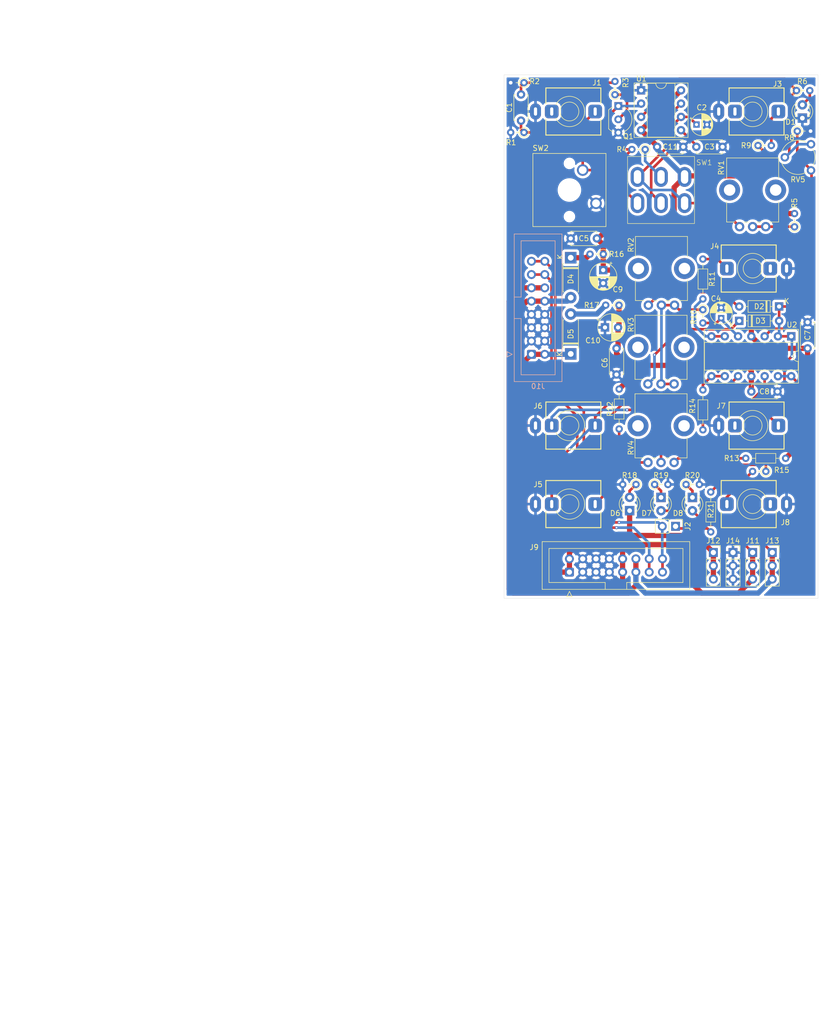
<source format=kicad_pcb>
(kicad_pcb (version 20240108) (generator "pcbnew") (generator_version "8.0")
  (layers (0 "F.Cu" signal) (31 "B.Cu" signal) (34 "B.Paste" user) (35 "F.Paste" user) (36 "B.SilkS" user "B.Silkscreen") (37 "F.SilkS" user "F.Silkscreen") (38 "B.Mask" user) (39 "F.Mask" user) (44 "Edge.Cuts" user))
  (net 0 "")
  (net 1 "Net-(C1-Pad2)")
  (net 2 "Net-(C1-Pad1)")
  (net 3 "Net-(SW1B-B)")
  (net 4 "GND")
  (net 5 "Net-(U2B-+)")
  (net 6 "+12V")
  (net 7 "-12V")
  (net 8 "Net-(D1-A)")
  (net 9 "Net-(D2-A)")
  (net 10 "Net-(D2-K)")
  (net 11 "Net-(D3-K)")
  (net 12 "Net-(D4-K)")
  (net 13 "+12VRAW")
  (net 14 "-12VRAW")
  (net 15 "Net-(D5-A)")
  (net 16 "Net-(D6-A)")
  (net 17 "Net-(D7-K)")
  (net 18 "+5VRAW")
  (net 19 "Net-(D8-K)")
  (net 21 "Net-(J2-Pin_1)")
  (net 22 "/EURO_GATE")
  (net 25 "Net-(J4-PadT)")
  (net 26 "Net-(U2D-+)")
  (net 27 "Net-(U2C-+)")
  (net 29 "Net-(J7-PadT)")
  (net 30 "Net-(J8-PadT)")
  (net 32 "/EURO_CV")
  (net 33 "Net-(Q1-C)")
  (net 34 "Net-(Q1-B)")
  (net 35 "Net-(SW1A-B)")
  (net 36 "Net-(U2A-+)")
  (net 37 "Net-(R10-Pad1)")
  (net 38 "Net-(U2B--)")
  (net 39 "Net-(R12-Pad2)")
  (net 40 "Net-(R13-Pad1)")
  (net 41 "Net-(U2C--)")
  (net 42 "Net-(U2D--)")
  (net 43 "Net-(SW1A-C)")
  (net 44 "Net-(U1-CV)")
  (net 45 "Net-(R5-Pad1)")
  (net 46 "Net-(U1-Q)")
  (net 47 "Net-(J3-PadT)")
  (net 48 "Net-(J6-PadTN)")
  (footprint "Capacitor_THT:C_Disc_D4.7mm_W2.5mm_P5.00mm" (layer "F.Cu") (at 79.25 63.75)
    (property "Reference" "C11")
    (property "Value" "100n")
  )
  (footprint "AudioJacks:Jack_3.5mm_QingPu_WQP-PJ301M-12_Vertical" (layer "F.Cu") (at 62.5 132 -90)
    (property "Reference" "J5")
    (property "Value" "Buffer2 In")
  )
  (footprint "Potentiometer_THT:Potentiometer_Bourns_PTV09A-1_Single_Vertical" (layer "F.Cu") (at 82.5 109.05 90)
    (property "Reference" "RV3")
    (property "Value" "1M")
  )
  (footprint "Resistor_THT:R_Axial_DIN0204_L3.6mm_D1.6mm_P2.54mm_Vertical" (layer "F.Cu") (at 76.97 64.25 180)
    (property "Reference" "R4")
    (property "Value" "22k")
  )
  (footprint "Resistor_THT:R_Axial_DIN0204_L3.6mm_D1.6mm_P7.62mm_Horizontal" (layer "F.Cu") (at 89.5 129.69 -90)
    (property "Reference" "R21")
    (property "Value" "1k")
  )
  (footprint "Resistor_THT:R_Axial_DIN0204_L3.6mm_D1.6mm_P2.54mm_Vertical" (layer "F.Cu") (at 71.2 53.79 90)
    (property "Reference" "R3")
    (property "Value" "10k")
  )
  (footprint "AudioJacks:Jack_3.5mm_QingPu_WQP-PJ301M-12_Vertical" (layer "F.Cu") (at 97.5 117 -90)
    (property "Reference" "J7")
    (property "Value" "AudioJack2_SwitchT")
  )
  (footprint "Resistor_THT:R_Axial_DIN0204_L3.6mm_D1.6mm_P2.54mm_Vertical" (layer "F.Cu") (at 105.5 79.04 90)
    (property "Reference" "R5")
    (property "Value" "1k")
  )
  (footprint "Connector_PinSocket_2.54mm:PinSocket_1x03_P2.54mm_Vertical" (layer "F.Cu") (at 97.5 141.25)
    (property "Reference" "J11")
    (property "Value" "Conn_01x03")
  )
  (footprint "Connector_IDC:IDC-Header_2x08_P2.54mm_Vertical" (layer "F.Cu") (at 62.5 145 90)
    (property "Reference" "J9")
    (property "Value" "Conn_02x08_Odd_Even")
  )
  (footprint "Resistor_THT:R_Axial_DIN0204_L3.6mm_D1.6mm_P2.54mm_Vertical" (layer "F.Cu") (at 53.82 61 180)
    (property "Reference" "R1")
    (property "Value" "100k")
  )
  (footprint "Resistor_THT:R_Axial_DIN0204_L3.6mm_D1.6mm_P2.54mm_Vertical" (layer "F.Cu") (at 105.88 53)
    (property "Reference" "R6")
    (property "Value" "10k")
  )
  (footprint "AudioJacks:Jack_3.5mm_QingPu_WQP-PJ301M-12_Vertical" (layer "F.Cu") (at 97.5 57 -90)
    (property "Reference" "J3")
    (property "Value" "Gate Out")
  )
  (footprint "Resistor_THT:R_Axial_DIN0204_L3.6mm_D1.6mm_P2.54mm_Vertical" (layer "F.Cu") (at 71.97 94 180)
    (property "Reference" "R17")
    (property "Value" "10")
  )
  (footprint "Package_DIP:DIP-14_W7.62mm_Socket" (layer "F.Cu") (at 104.875 99.95 -90)
    (property "Reference" "U2")
    (property "Value" "TL074")
  )
  (footprint "AudioJacks:Jack_3.5mm_QingPu_WQP-PJ301M-12_Vertical" (layer "F.Cu") (at 97.5 87 90)
    (property "Reference" "J4")
    (property "Value" "EG Out")
  )
  (footprint "Resistor_THT:R_Axial_DIN0204_L3.6mm_D1.6mm_P7.62mm_Horizontal" (layer "F.Cu") (at 88 92.81 90)
    (property "Reference" "R11")
    (property "Value" "1k")
  )
  (footprint "LED_THT:LED_D3.0mm" (layer "F.Cu") (at 107 58.27 90)
    (property "Reference" "D1")
    (property "Value" "LED")
  )
  (footprint "Resistor_THT:R_Axial_DIN0204_L3.6mm_D1.6mm_P7.62mm_Horizontal" (layer "F.Cu") (at 72 110.03 -90)
    (property "Reference" "R12")
    (property "Value" "10k")
  )
  (footprint "Capacitor_THT:CP_Radial_D4.0mm_P2.00mm" (layer "F.Cu") (at 86.777401 59.5)
    (property "Reference" "C2")
    (property "Value" "10u")
  )
  (footprint "Connector_PinSocket_2.54mm:PinSocket_1x03_P2.54mm_Vertical" (layer "F.Cu") (at 93.75 141.25)
    (property "Reference" "J14")
    (property "Value" "Conn_01x03")
  )
  (footprint "Switches:SW_DPDT_13mm_x_13mm_P5.00mm" (layer "F.Cu") (at 80 72 -90)
    (property "Reference" "SW1")
    (property "Value" "SW_DPDT_x2")
  )
  (footprint "Resistor_THT:R_Axial_DIN0204_L3.6mm_D1.6mm_P2.54mm_Vertical" (layer "F.Cu") (at 84.78 128.25)
    (property "Reference" "R20")
    (property "Value" "4k7")
  )
  (footprint "LED_THT:LED_D3.0mm" (layer "F.Cu") (at 86 130.73 -90)
    (property "Reference" "D8")
    (property "Value" "LED")
  )
  (footprint "LED_THT:LED_D3.0mm" (layer "F.Cu") (at 80 130.73 -90)
    (property "Reference" "D7")
    (property "Value" "LED")
  )
  (footprint "Resistor_THT:R_Axial_DIN0204_L3.6mm_D1.6mm_P2.54mm_Vertical" (layer "F.Cu") (at 78.78 128.25)
    (property "Reference" "R19")
    (property "Value" "10k")
  )
  (footprint "Resistor_THT:R_Axial_DIN0204_L3.6mm_D1.6mm_P2.54mm_Vertical" (layer "F.Cu") (at 53.82 51.5 180)
    (property "Reference" "R2")
    (property "Value" "100k")
  )
  (footprint "Capacitor_THT:CP_Radial_D5.0mm_P2.50mm" (layer "F.Cu") (at 69.294888 98.25)
    (property "Reference" "C10")
    (property "Value" "22u")
  )
  (footprint "Resistor_THT:R_Axial_DIN0204_L3.6mm_D1.6mm_P7.62mm_Horizontal" (layer "F.Cu") (at 96.19 123.25)
    (property "Reference" "R13")
    (property "Value" "10k")
  )
  (footprint "Resistor_THT:R_Axial_DIN0204_L3.6mm_D1.6mm_P7.62mm_Horizontal" (layer "F.Cu") (at 88 110.19 -90)
    (property "Reference" "R14")
    (property "Value" "1k")
  )
  (footprint "Potentiometer_THT:Potentiometer_Piher_PT-6-V_Vertical" (layer "F.Cu") (at 108.65 63.25 180)
    (property "Reference" "RV5")
    (property "Value" "100k")
  )
  (footprint "AudioJacks:Jack_3.5mm_QingPu_WQP-PJ301M-12_Vertical" (layer "F.Cu") (at 62.5 117 -90)
    (property "Reference" "J6")
    (property "Value" "Buffer1 In")
  )
  (footprint "Package_DIP:DIP-8_W7.62mm_Socket" (layer "F.Cu") (at 76.2 52.95)
    (property "Reference" "U1")
    (property "Value" "TLC555xP")
  )
  (footprint "Capacitor_THT:C_Disc_D4.7mm_W2.5mm_P5.00mm" (layer "F.Cu") (at 67.75 81.25 180)
    (property "Reference" "C5")
    (property "Value" "100n")
  )
  (footprint "Resistor_THT:R_Axial_DIN0204_L3.6mm_D1.6mm_P2.54mm_Vertical" (layer "F.Cu") (at 100.03 125.75 180)
    (property "Reference" "R15")
    (property "Value" "1k")
  )
  (footprint "Diode_THT:D_DO-41_SOD81_P7.62mm_Horizontal" (layer "F.Cu") (at 62.75 84.94 -90)
    (property "Reference" "D4")
    (property "Value" "D_Zener")
  )
  (footprint "Capacitor_THT:C_Disc_D4.7mm_W2.5mm_P5.00mm" (layer "F.Cu") (at 53.25 58.75 90)
    (property "Reference" "C1")
    (property "Value" "47n")
  )
  (footprint "Connector_PinHeader_2.54mm:PinHeader_1x02_P2.54mm_Vertical" (layer "F.Cu") (at 82.775 136.25 -90)
    (property "Reference" "J2")
    (property "Value" "Conn_01x02_Pin")
  )
  (footprint "Resistor_THT:R_Axial_DIN0204_L3.6mm_D1.6mm_P2.54mm_Vertical" (layer "F.Cu") (at 106.03 60.75)
    (property "Reference" "R8")
    (property "Value" "47k")
  )
  (footprint "Connector_PinSocket_2.54mm:PinSocket_1x03_P2.54mm_Vertical" (layer "F.Cu") (at 90 141.25)
    (property "Reference" "J12")
    (property "Value" "Conn_01x03")
  )
  (footprint "Capacitor_THT:C_Disc_D4.7mm_W2.5mm_P5.00mm" (layer "F.Cu") (at 108 102.25 90)
    (property "Reference" "C7")
    (property "Value" "100n")
  )
  (footprint "Capacitor_THT:C_Disc_D4.7mm_W2.5mm_P5.00mm" (layer "F.Cu") (at 102.25 110.5 180)
    (property "Reference" "C8")
    (property "Value" "100n")
  )
  (footprint "Diode_THT:D_DO-35_SOD27_P7.62mm_Horizontal" (layer "F.Cu") (at 94.94 97)
    (property "Reference" "D3")
    (property "Value" "1N4148")
  )
  (footprint "Capacitor_THT:C_Disc_D4.7mm_W2.5mm_P5.00mm" (layer "F.Cu") (at 86.75 63.75)
    (property "Reference" "C3")
    (property "Value" "10n")
  )
  (footprint "Diode_THT:D_DO-35_SOD27_P7.62mm_Horizontal" (layer "F.Cu") (at 102.56 94.25 180)
    (property "Reference" "D2")
    (property "Value" "1N4148")
  )
  (footprint "Diode_THT:D_DO-41_SOD81_P7.62mm_Horizontal" (layer "F.Cu") (at 62.75 103.31 90)
    (property "Reference" "D5")
    (property "Value" "D_Zener")
  )
  (footprint "Connector_PinSocket_2.54mm:PinSocket_1x03_P2.54mm_Vertical" (layer "F.Cu") (at 101.25 141.25)
    (property "Reference" "J13")
    (property "Value" "Conn_01x03")
  )
  (footprint "Package_TO_SOT_THT:TO-92_Inline_Wide" (layer "F.Cu") (at 71.84 55.96 -90)
    (property "Reference" "Q1")
    (property "Value" "BC547")
  )
  (footprint "Capacitor_THT:CP_Radial_D4.0mm_P2.00mm" (layer "F.Cu") (at 91.5 96.4726 90)
    (property "Reference" "C4")
    (property "Value" "4u7")
  )
  (footprint "Resistor_THT:R_Axial_DIN0204_L3.6mm_D1.6mm_P2.54mm_Vertical" (layer "F.Cu") (at 68.97 84.25 180)
    (property "Reference" "R16")
    (property "Value" "10")
  )
  (footprint "Resistor_THT:R_Axial_DIN0204_L3.6mm_D1.6mm_P2.54mm_Vertical" (layer "F.Cu") (at 75.22 128.25 180)
    (property "Reference" "R18")
    (property "Value" "10k")
  )
  (footprint "Potentiometer_THT:Potentiometer_Bourns_PTV09A-1_Single_Vertical" (layer "F.Cu") (at 82.58 94 90)
    (property "Reference" "RV2")
    (property "Value" "1M")
  )
  (footprint "Potentiometer_THT:Potentiometer_Bourns_PTV09A-1_Single_Vertical" (layer "F.Cu") (at 100 79 90)
    (property "Reference" "RV1")
    (property "Value" "100k")
  )
  (footprint "AudioJacks:Jack_3.5mm_QingPu_WQP-PJ301M-12_Vertical" (layer "F.Cu") (at 97.5 132 90)
    (property "Reference" "J8")
    (property "Value" "AudioJack2_SwitchT")
  )
  (footprint "AudioJacks:Jack_3.5mm_QingPu_WQP-PJ301M-12_Vertical" (layer "F.Cu") (at 62.5 57 -90)
    (property "Reference" "J1")
    (property "Value" "Trig")
  )
  (footprint "Capacitor_THT:C_Disc_D4.7mm_W2.5mm_P5.00mm" (layer "F.Cu") (at 71.5 107.25 90)
    (property "Reference" "C6")
    (property "Value" "100n")
  )
  (footprint "LED_THT:LED_D3.0mm" (layer "F.Cu") (at 74 133.25 90)
    (property "Reference" "D6")
    (property "Value" "LED")
  )
  (footprint "Potentiometer_THT:Potentiometer_Bourns_PTV09A-1_Single_Vertical" (layer "F.Cu") (at 82.5 124.05 90)
    (property "Reference" "RV4")
    (property "Value" "100k")
  )
  (footprint "Resistor_THT:R_Axial_DIN0204_L3.6mm_D1.6mm_P2.54mm_Vertical" (layer "F.Cu") (at 98.53 63.5)
    (property "Reference" "R9")
    (property "Value" "1k")
  )
  (footprint "Capacitor_THT:CP_Radial_D5.0mm_P2.50mm" (layer "F.Cu") (at 68.955113 87.294888 -90)
    (property "Reference" "C9")
    (property "Value" "22u")
  )
  (footprint "Resistor_THT:R_Axial_DIN0204_L3.6mm_D1.6mm_P2.54mm_Vertical" (layer "F.Cu") (at 88 94.86 -90)
    (property "Reference" "R10")
    (property "Value" "1k")
  )
  (footprint "Button_Switch_Keyboard:SW_Cherry_MX_1.00u_PCB" (layer "F.Cu") (at 67.58 74.54 -90)
    (property "Reference" "SW2")
    (property "Value" "GATE")
  )
  (footprint "Connector_IDC:IDC-Header_2x08_P2.54mm_Vertical" (layer "B.Cu") (at 55.2475 103.39)
    (property "Reference" "J10")
    (property "Value" "Conn_02x08_Odd_Even")
  )
  (gr_rect (start 50 50) (end 110 150) (stroke (width 0.05)) (fill none) (layer "Edge.Cuts"))
  (segment (start 53.25 51.97) (end 53.72 51.5) (width 0.5) (layer "F.Cu") (net 1))
  (segment (start 53.72 51.5) (end 70.75 51.5) (width 0.5) (layer "F.Cu") (net 1))
  (segment (start 70.75 51.5) (end 71 51.25) (width 0.5) (layer "F.Cu") (net 1))
  (segment (start 53.25 53.75) (end 53.25 51.97) (width 0.5) (layer "F.Cu") (net 1))
  (segment (start 53.72 61) (end 63.42 61) (width 0.5) (layer "F.Cu") (net 2))
  (segment (start 63.42 61) (end 67.42 57) (width 0.5) (layer "F.Cu") (net 2))
  (segment (start 53.25 58.75) (end 53.25 60.53) (width 0.5) (layer "F.Cu") (net 2))
  (segment (start 53.25 60.53) (end 53.72 61) (width 0.5) (layer "F.Cu") (net 2))
  (segment (start 81.75 60.1) (end 83.82 58.03) (width 0.5) (layer "F.Cu") (net 3))
  (segment (start 83.82 58.03) (end 85.307401 58.03) (width 0.5) (layer "F.Cu") (net 3))
  (segment (start 85.307401 58.03) (end 86.777401 59.5) (width 0.5) (layer "F.Cu") (net 3))
  (segment (start 81.75 64.5) (end 81.75 60.1) (width 0.5) (layer "F.Cu") (net 3))
  (segment (start 78.119975 72.619975) (end 78.119975 68.130025) (width 0.5) (layer "F.Cu") (net 3))
  (segment (start 80 74.5) (end 78.119975 72.619975) (width 0.5) (layer "F.Cu") (net 3))
  (segment (start 78.119975 68.130025) (end 81.75 64.5) (width 0.5) (layer "F.Cu") (net 3))
  (segment (start 88 97.4) (end 90.5726 97.4) (width 0.5) (layer "F.Cu") (net 5))
  (segment (start 90.5726 97.4) (end 91.5 96.4726) (width 0.5) (layer "F.Cu") (net 5))
  (segment (start 91.5 96.4726) (end 91.5 96.735) (width 0.5) (layer "B.Cu") (net 5))
  (segment (start 91.5 96.735) (end 94.715 99.95) (width 0.5) (layer "B.Cu") (net 5))
  (segment (start 82.5 80.129188) (end 82.5 77) (width 1) (layer "F.Cu") (net 6))
  (segment (start 99.555 102.25) (end 97.255 99.95) (width 1) (layer "F.Cu") (net 6))
  (segment (start 108 102.25) (end 99.555 102.25) (width 1) (layer "F.Cu") (net 6))
  (segment (start 70.794888 87.294888) (end 73.75 90.25) (width 1) (layer "F.Cu") (net 6))
  (segment (start 68.955113 84.264887) (end 68.97 84.25) (width 1) (layer "F.Cu") (net 6))
  (segment (start 94.25 90.25) (end 97.255 93.255) (width 1) (layer "F.Cu") (net 6))
  (segment (start 79.25 63.75) (end 79.25 63.62) (width 1) (layer "F.Cu") (net 6))
  (segment (start 97.255 93.255) (end 97.255 99.95) (width 1) (layer "F.Cu") (net 6))
  (segment (start 79.25 63.62) (end 76.2 60.57) (width 1) (layer "F.Cu") (net 6))
  (segment (start 94.8 69.3) (end 84.7 69.3) (width 1) (layer "F.Cu") (net 6))
  (segment (start 73.75 90.25) (end 94.25 90.25) (width 1) (layer "F.Cu") (net 6))
  (segment (start 84.7 69.3) (end 84.5 69.5) (width 1) (layer "F.Cu") (net 6))
  (segment (start 68 81.25) (end 67.75 81.25) (width 1) (layer "F.Cu") (net 6))
  (segment (start 68.97 84.25) (end 68.97 82.47) (width 1) (layer "F.Cu") (net 6))
  (segment (start 82.5 80.129188) (end 69.120812 80.129188) (width 1) (layer "F.Cu") (net 6))
  (segment (start 69.120812 80.129188) (end 68 81.25) (width 1) (layer "F.Cu") (net 6))
  (segment (start 68.97 82.47) (end 67.75 81.25) (width 1) (layer "F.Cu") (net 6))
  (segment (start 82.5 71.5) (end 82.5 77) (width 1) (layer "F.Cu") (net 6))
  (segment (start 102 76.5) (end 94.8 69.3) (width 1) (layer "F.Cu") (net 6))
  (segment (start 108 119.06) (end 108 102.25) (width 1) (layer "F.Cu") (net 6))
  (segment (start 84.5 69.5) (end 82.5 71.5) (width 1) (layer "F.Cu") (net 6))
  (segment (start 105.5 76.5) (end 102 76.5) (width 1) (layer "F.Cu") (net 6))
  (segment (start 103.81 123.25) (end 108 119.06) (width 1) (layer "F.Cu") (net 6))
  (segment (start 68.955113 87.294888) (end 70.794888 87.294888) (width 1) (layer "F.Cu") (net 6))
  (segment (start 76.2 60.57) (end 83.82 52.95) (width 1) (layer "F.Cu") (net 6))
  (segment (start 68.955113 87.294888) (end 68.955113 84.264887) (width 1) (layer "F.Cu") (net 6))
  (segment (start 79.25 63.75) (end 79.25 64.25) (width 1) (layer "B.Cu") (net 6))
  (segment (start 79.25 64.25) (end 84.5 69.5) (width 1) (layer "B.Cu") (net 6))
  (segment (start 97.255 106.505) (end 97.255 107.57) (width 1) (layer "F.Cu") (net 7))
  (segment (start 71.5 102.25) (end 71.5 103.25) (width 1) (layer "F.Cu") (net 7))
  (segment (start 72 110.03) (end 73.75 108.28) (width 1) (layer "F.Cu") (net 7))
  (segment (start 97.25 107.575) (end 97.255 107.57) (width 1) (layer "F.Cu") (net 7))
  (segment (start 71.97 94) (end 71.97 98.074888) (width 1) (layer "F.Cu") (net 7))
  (segment (start 97.25 110.5) (end 97.25 107.575) (width 1) (layer "F.Cu") (net 7))
  (segment (start 71.794888 98.25) (end 71.794888 101.955112) (width 1) (layer "F.Cu") (net 7))
  (segment (start 71.5 103.25) (end 73.75 105.5) (width 1) (layer "F.Cu") (net 7))
  (segment (start 71.794888 101.955112) (end 71.5 102.25) (width 1) (layer "F.Cu") (net 7))
  (segment (start 73.75 105.5) (end 96.25 105.5) (width 1) (layer "F.Cu") (net 7))
  (segment (start 71.97 98.074888) (end 71.794888 98.25) (width 1) (layer "F.Cu") (net 7))
  (segment (start 73.75 108.28) (end 73.75 105.5) (width 1) (layer "F.Cu") (net 7))
  (segment (start 96.25 105.5) (end 97.255 106.505) (width 1) (layer "F.Cu") (net 7))
  (segment (start 108.42 54.31) (end 107 55.73) (width 0.5) (layer "F.Cu") (net 8))
  (segment (start 108.42 53) (end 108.42 54.31) (width 0.5) (layer "F.Cu") (net 8))
  (segment (start 80.08 91.5) (end 77.58 94) (width 0.5) (layer "F.Cu") (net 9))
  (segment (start 94.94 94.25) (end 94.69 94.25) (width 0.5) (layer "F.Cu") (net 9))
  (segment (start 91.94 91.5) (end 80.08 91.5) (width 0.5) (layer "F.Cu") (net 9))
  (segment (start 94.69 94.25) (end 91.94 91.5) (width 0.5) (layer "F.Cu") (net 9))
  (segment (start 107.25 72.22) (end 98.53 63.5) (width 0.5) (layer "F.Cu") (net 10))
  (segment (start 107.25 93.074314) (end 107.25 72.22) (width 0.5) (layer "F.Cu") (net 10))
  (segment (start 103.585 108.835) (end 104.5 109.75) (width 0.5) (layer "F.Cu") (net 10))
  (segment (start 102.56 94.25) (end 106.074314 94.25) (width 0.5) (layer "F.Cu") (net 10))
  (segment (start 102.56 94.25) (end 102.56 97) (width 0.5) (layer "F.Cu") (net 10))
  (segment (start 106.074314 94.25) (end 107.25 93.074314) (width 0.5) (layer "F.Cu") (net 10))
  (segment (start 104.5 109.75) (end 104.5 118.25) (width 0.5) (layer "F.Cu") (net 10))
  (segment (start 94.69 124.5) (end 89.5 129.69) (width 0.5) (layer "F.Cu") (net 10))
  (segment (start 105 103.75) (end 103.585 105.165) (width 0.5) (layer "F.Cu") (net 10))
  (segment (start 103.585 105.165) (end 103.585 108.835) (width 0.5) (layer "F.Cu") (net 10))
  (segment (start 102.335 99.95) (end 104.875 99.95) (width 0.5) (layer "F.Cu") (net 10))
  (segment (start 98.25 124.5) (end 94.69 124.5) (width 0.5) (layer "F.Cu") (net 10))
  (segment (start 104.5 118.25) (end 98.25 124.5) (width 0.5) (layer "F.Cu") (net 10))
  (via (at 105 103.75) (size 0.6) (drill 0.3) (layers "F.Cu" "B.Cu") (net 10))
  (segment (start 105 103.75) (end 105 100.075) (width 0.5) (layer "B.Cu") (net 10))
  (segment (start 102.335 99.95) (end 102.56 99.725) (width 0.5) (layer "B.Cu") (net 10))
  (segment (start 102.56 97.25) (end 102.31 97) (width 0.5) (layer "B.Cu") (net 10))
  (segment (start 105 100.075) (end 104.875 99.95) (width 0.5) (layer "B.Cu") (net 10))
  (segment (start 102.56 99.725) (end 102.56 97.25) (width 0.5) (layer "B.Cu") (net 10))
  (segment (start 83.65 98.6) (end 93.34 98.6) (width 0.5) (layer "F.Cu") (net 11))
  (segment (start 78.75 103.5) (end 83.65 98.6) (width 0.5) (layer "F.Cu") (net 11))
  (segment (start 93.34 98.6) (end 94.94 97) (width 0.5) (layer "F.Cu") (net 11))
  (via (at 78.75 103.5) (size 0.6) (drill 0.3) (layers "F.Cu" "B.Cu") (net 11))
  (segment (start 78.75 107.8) (end 78.75 103.5) (width 0.5) (layer "B.Cu") (net 11))
  (segment (start 77.5 109.05) (end 78.75 107.8) (width 0.5) (layer "B.Cu") (net 11))
  (segment (start 62.75 84.94) (end 65.74 84.94) (width 1) (layer "F.Cu") (net 12))
  (segment (start 65.74 84.94) (end 66.43 84.25) (width 1) (layer "F.Cu") (net 12))
  (segment (start 82.25 139.75) (end 83.75 141.25) (width 1) (layer "F.Cu") (net 13))
  (segment (start 94.83 149) (end 97.5 146.33) (width 1) (layer "F.Cu") (net 13))
  (segment (start 83.75 141.25) (end 83.75 145) (width 1) (layer "F.Cu") (net 13))
  (segment (start 83.75 145) (end 87.75 149) (width 1) (layer "F.Cu") (net 13))
  (segment (start 92.2 135.95) (end 85.7 135.95) (width 0.5) (layer "F.Cu") (net 13))
  (segment (start 54.38375 93.23) (end 55.2475 93.23) (width 1) (layer "F.Cu") (net 13))
  (segment (start 72.66 145) (end 72.66 142.46) (width 1) (layer "F.Cu") (net 13))
  (segment (start 83.02 133.27) (end 80 133.27) (width 0.5) (layer "F.Cu") (net 13))
  (segment (start 87.75 149) (end 94.83 149) (width 1) (layer "F.Cu") (net 13))
  (segment (start 52.5 145.75) (end 52.5 95.11375) (width 1) (layer "F.Cu") (net 13))
  (segment (start 72.66 140.59) (end 73.5 139.75) (width 1) (layer "F.Cu") (net 13))
  (segment (start 52.5 95.11375) (end 54.38375 93.23) (width 1) (layer "F.Cu") (net 13))
  (segment (start 54 147.25) (end 52.5 145.75) (width 1) (layer "F.Cu") (net 13))
  (segment (start 72.66 146.84) (end 72.25 147.25) (width 1) (layer "F.Cu") (net 13))
  (segment (start 55.2475 93.23) (end 57.7875 93.23) (width 1) (layer "F.Cu") (net 13))
  (segment (start 85.7 135.95) (end 83.02 133.27) (width 0.5) (layer "F.Cu") (net 13))
  (segment (start 72.25 147.25) (end 54 147.25) (width 1) (layer "F.Cu") (net 13))
  (segment (start 97.5 141.25) (end 92.2 135.95) (width 0.5) (layer "F.Cu") (net 13))
  (segment (start 72.66 145) (end 72.66 146.84) (width 1) (layer "F.Cu") (net 13))
  (segment (start 97.5 143.79) (end 97.5 141.25) (width 1) (layer "F.Cu") (net 13))
  (segment (start 72.66 142.46) (end 72.66 140.59) (width 1) (layer "F.Cu") (net 13))
  (segment (start 73.5 139.75) (end 82.25 139.75) (width 1) (layer "F.Cu") (net 13))
  (segment (start 97.5 146.33) (end 97.5 143.79) (width 1) (layer "F.Cu") (net 13))
  (segment (start 62.08 93.23) (end 62.75 92.56) (width 1) (layer "B.Cu") (net 13))
  (segment (start 57.7875 93.23) (end 62.08 93.23) (width 1) (layer "B.Cu") (net 13))
  (segment (start 74 138) (end 86.75 138) (width 1) (layer "F.Cu") (net 14))
  (segment (start 54 104.6375) (end 54 142.5) (width 1) (layer "F.Cu") (net 14))
  (segment (start 62.5 141.25) (end 65.75 138) (width 1) (layer "F.Cu") (net 14))
  (segment (start 86.75 138) (end 90 141.25) (width 1) (layer "F.Cu") (net 14))
  (segment (start 90 143.79) (end 90 146.33) (width 1) (layer "F.Cu") (net 14))
  (segment (start 55.2475 103.39) (end 54 104.6375) (width 1) (layer "F.Cu") (net 14))
  (segment (start 65.75 138) (end 74 138) (width 1) (layer "F.Cu") (net 14))
  (segment (start 62.5 145) (end 62.5 142.46) (width 1) (layer "F.Cu") (net 14))
  (segment (start 90 141.25) (end 90 143.79) (width 1) (layer "F.Cu") (net 14))
  (segment (start 54 142.5) (end 56.5 145) (width 1) (layer "F.Cu") (net 14))
  (segment (start 74 133.25) (end 74 138) (width 1) (layer "F.Cu") (net 14))
  (segment (start 62.5 142.46) (end 62.5 141.25) (width 1) (layer "F.Cu") (net 14))
  (segment (start 56.5 145) (end 62.5 145) (width 1) (layer "F.Cu") (net 14))
  (segment (start 55.2475 103.39) (end 57.7875 103.39) (width 1) (layer "F.Cu") (net 14))
  (segment (start 62.67 103.39) (end 62.75 103.31) (width 1) (layer "B.Cu") (net 14))
  (segment (start 57.7875 103.39) (end 62.67 103.39) (width 1) (layer "B.Cu") (net 14))
  (segment (start 69.43 94) (end 67.74 95.69) (width 1) (layer "B.Cu") (net 15))
  (segment (start 67.74 95.69) (end 62.75 95.69) (width 1) (layer "B.Cu") (net 15))
  (segment (start 74 130.71) (end 74 129.47) (width 0.5) (layer "F.Cu") (net 16))
  (segment (start 74 129.47) (end 75.22 128.25) (width 0.5) (layer "F.Cu") (net 16))
  (segment (start 80 129.47) (end 78.78 128.25) (width 0.5) (layer "F.Cu") (net 17))
  (segment (start 80 130.73) (end 80 129.47) (width 0.5) (layer "F.Cu") (net 17))
  (segment (start 51 93.25) (end 53.56 90.69) (width 1) (layer "F.Cu") (net 18))
  (segment (start 87.73 135) (end 86 133.27) (width 0.5) (layer "F.Cu") (net 18))
  (segment (start 75.2 145) (end 75.2 147.55) (width 1) (layer "F.Cu") (net 18))
  (segment (start 53.56 90.69) (end 55.2475 90.69) (width 1) (layer "F.Cu") (net 18))
  (segment (start 75.2 145) (end 75.2 142.46) (width 1) (layer "F.Cu") (net 18))
  (segment (start 51.75 149) (end 51 148.25) (width 1) (layer "F.Cu") (net 18))
  (segment (start 101.25 141.25) (end 95 135) (width 0.5) (layer "F.Cu") (net 18))
  (segment (start 51 148.25) (end 51 93.25) (width 1) (layer "F.Cu") (net 18))
  (segment (start 101.25 141.25) (end 101.25 143.79) (width 1) (layer "F.Cu") (net 18))
  (segment (start 95 135) (end 87.73 135) (width 0.5) (layer "F.Cu") (net 18))
  (segment (start 55.2475 90.69) (end 57.7875 90.69) (width 1) (layer "F.Cu") (net 18))
  (segment (start 73.75 149) (end 51.75 149) (width 1) (layer "F.Cu") (net 18))
  (segment (start 101.25 143.79) (end 101.25 146.33) (width 1) (layer "F.Cu") (net 18))
  (segment (start 75.2 147.55) (end 73.75 149) (width 1) (layer "F.Cu") (net 18))
  (segment (start 75.2 147.2) (end 77 149) (width 1) (layer "B.Cu") (net 18))
  (segment (start 75.2 145) (end 75.2 147.2) (width 1) (layer "B.Cu") (net 18))
  (segment (start 98.58 149) (end 101.25 146.33) (width 1) (layer "B.Cu") (net 18))
  (segment (start 77 149) (end 98.58 149) (width 1) (layer "B.Cu") (net 18))
  (segment (start 86 130.73) (end 86 129.47) (width 0.5) (layer "F.Cu") (net 19))
  (segment (start 86 129.47) (end 84.78 128.25) (width 0.5) (layer "F.Cu") (net 19))
  (segment (start 89.5 137.31) (end 88.84 136.65) (width 0.5) (layer "F.Cu") (net 21))
  (segment (start 88.84 136.65) (end 83.175 136.65) (width 0.5) (layer "F.Cu") (net 21))
  (segment (start 83.175 136.65) (end 82.775 136.25) (width 0.5) (layer "F.Cu") (net 21))
  (segment (start 59.7875 108.7875) (end 65.25 114.25) (width 0.5) (layer "F.Cu") (net 22))
  (segment (start 66.75 135.5) (end 72 135.5) (width 0.5) (layer "F.Cu") (net 22))
  (segment (start 57.7875 85.61) (end 59.7875 87.61) (width 0.5) (layer "F.Cu") (net 22))
  (segment (start 65.25 134) (end 66.75 135.5) (width 0.5) (layer "F.Cu") (net 22))
  (segment (start 80.28 142.46) (end 80.28 145) (width 0.5) (layer "F.Cu") (net 22))
  (segment (start 55.2475 85.61) (end 57.7875 85.61) (width 0.5) (layer "F.Cu") (net 22))
  (segment (start 65.25 114.25) (end 65.25 134) (width 0.5) (layer "F.Cu") (net 22))
  (segment (start 59.7875 87.61) (end 59.7875 108.7875) (width 0.5) (layer "F.Cu") (net 22))
  (via (at 72 135.5) (size 0.6) (drill 0.3) (layers "F.Cu" "B.Cu") (net 22))
  (segment (start 72 135.5) (end 79.485 135.5) (width 0.5) (layer "B.Cu") (net 22))
  (segment (start 80.235 136.25) (end 80.235 142.415) (width 0.5) (layer "B.Cu") (net 22))
  (segment (start 79.485 135.5) (end 80.235 136.25) (width 0.5) (layer "B.Cu") (net 22))
  (segment (start 80.235 142.415) (end 80.28 142.46) (width 0.5) (layer "B.Cu") (net 22))
  (segment (start 90.77 85.19) (end 92.58 87) (width 0.5) (layer "F.Cu") (net 25))
  (segment (start 88 85.19) (end 90.77 85.19) (width 0.5) (layer "F.Cu") (net 25))
  (segment (start 96.517767 113) (end 72.5 113) (width 0.5) (layer "F.Cu") (net 26))
  (segment (start 99.795 107.57) (end 99.795 109.722767) (width 0.5) (layer "F.Cu") (net 26))
  (segment (start 69.75 115.75) (end 69.75 129.67) (width 0.5) (layer "F.Cu") (net 26))
  (segment (start 99.795 109.722767) (end 96.517767 113) (width 0.5) (layer "F.Cu") (net 26))
  (segment (start 69.75 129.67) (end 67.42 132) (width 0.5) (layer "F.Cu") (net 26))
  (segment (start 72.5 113) (end 69.75 115.75) (width 0.5) (layer "F.Cu") (net 26))
  (segment (start 67.42 115.33) (end 67.42 117) (width 0.5) (layer "F.Cu") (net 27))
  (segment (start 71 111.75) (end 67.42 115.33) (width 0.5) (layer "F.Cu") (net 27))
  (segment (start 59.12 124.88) (end 62.5 121.5) (width 0.5) (layer "F.Cu") (net 27))
  (segment (start 94.715 107.57) (end 90.535 111.75) (width 0.5) (layer "F.Cu") (net 27))
  (segment (start 59.12 132) (end 59.12 124.88) (width 0.5) (layer "F.Cu") (net 27))
  (segment (start 90.535 111.75) (end 71 111.75) (width 0.5) (layer "F.Cu") (net 27))
  (via (at 62.5 121.5) (size 0.6) (drill 0.3) (layers "F.Cu" "B.Cu") (net 27))
  (segment (start 62.5 121.5) (end 67 117) (width 0.5) (layer "B.Cu") (net 27))
  (segment (start 67 117) (end 67.42 117) (width 0.5) (layer "B.Cu") (net 27))
  (segment (start 90 114.5) (end 99.92 114.5) (width 0.5) (layer "F.Cu") (net 29))
  (segment (start 88 116.5) (end 90 114.5) (width 0.5) (layer "F.Cu") (net 29))
  (segment (start 88 117.81) (end 88 116.5) (width 0.5) (layer "F.Cu") (net 29))
  (segment (start 99.92 114.5) (end 102.42 117) (width 0.5) (layer "F.Cu") (net 29))
  (segment (start 92.58 132) (end 92.58 130.66) (width 0.5) (layer "F.Cu") (net 30))
  (segment (start 92.58 130.66) (end 97.49 125.75) (width 0.5) (layer "F.Cu") (net 30))
  (segment (start 64 134.25) (end 66.25 136.5) (width 0.5) (layer "F.Cu") (net 32))
  (segment (start 59.0875 89.45) (end 59.0875 110.3375) (width 0.5) (layer "F.Cu") (net 32))
  (segment (start 59.0875 110.3375) (end 64 115.25) (width 0.5) (layer "F.Cu") (net 32))
  (segment (start 57.7875 88.15) (end 59.0875 89.45) (width 0.5) (layer "F.Cu") (net 32))
  (segment (start 55.2475 88.15) (end 57.7875 88.15) (width 0.5) (layer "F.Cu") (net 32))
  (segment (start 77.74 142.46) (end 77.74 145) (width 0.5) (layer "F.Cu") (net 32))
  (segment (start 66.25 136.5) (end 71.5 136.5) (width 0.5) (layer "F.Cu") (net 32))
  (segment (start 64 115.25) (end 64 134.25) (width 0.5) (layer "F.Cu") (net 32))
  (via (at 71.5 136.5) (size 0.6) (drill 0.3) (layers "F.Cu" "B.Cu") (net 32))
  (segment (start 77.74 139.49) (end 77.74 142.46) (width 0.5) (layer "B.Cu") (net 32))
  (segment (start 74.75 136.5) (end 77.74 139.49) (width 0.5) (layer "B.Cu") (net 32))
  (segment (start 71.5 136.5) (end 74.75 136.5) (width 0.5) (layer "B.Cu") (net 32))
  (segment (start 68.31 68.19) (end 72.25 64.25) (width 0.5) (layer "F.Cu") (net 33))
  (segment (start 73 72) (end 73 65.68) (width 0.5) (layer "F.Cu") (net 33))
  (segment (start 72.25 64.25) (end 74.43 64.25) (width 0.5) (layer "F.Cu") (net 33))
  (segment (start 75.5 74.5) (end 73 72) (width 0.5) (layer "F.Cu") (net 33))
  (segment (start 65.04 62.76) (end 65.04 68.19) (width 0.5) (layer "F.Cu") (net 33))
  (segment (start 65.04 68.19) (end 68.31 68.19) (width 0.5) (layer "F.Cu") (net 33))
  (segment (start 71.84 55.96) (end 65.04 62.76) (width 0.5) (layer "F.Cu") (net 33))
  (segment (start 73 65.68) (end 74.43 64.25) (width 0.5) (layer "F.Cu") (net 33))
  (segment (start 75.73 55.96) (end 76.2 55.49) (width 0.5) (layer "B.Cu") (net 33))
  (segment (start 71.84 55.96) (end 75.73 55.96) (width 0.5) (layer "B.Cu") (net 33))
  (segment (start 71.2 53.79) (end 72.54 53.79) (width 0.5) (layer "F.Cu") (net 34))
  (segment (start 73.5 54.75) (end 73.5 56.84) (width 0.5) (layer "F.Cu") (net 34))
  (segment (start 73.5 56.84) (end 71.84 58.5) (width 0.5) (layer "F.Cu") (net 34))
  (segment (start 72.54 53.79) (end 73.5 54.75) (width 0.5) (layer "F.Cu") (net 34))
  (segment (start 76.97 66.47) (end 80 69.5) (width 0.5) (layer "B.Cu") (net 35))
  (segment (start 76.97 64.25) (end 76.97 66.47) (width 0.5) (layer "B.Cu") (net 35))
  (segment (start 103.75 98.5) (end 101.245 98.5) (width 0.5) (layer "F.Cu") (net 36))
  (segment (start 106.03 65.53) (end 108.75 68.25) (width 0.5) (layer "F.Cu") (net 36))
  (segment (start 108.75 93.5) (end 103.75 98.5) (width 0.5) (layer "F.Cu") (net 36))
  (segment (start 106.03 60.75) (end 106.03 65.53) (width 0.5) (layer "F.Cu") (net 36))
  (segment (start 101.245 98.5) (end 99.795 99.95) (width 0.5) (layer "F.Cu") (net 36))
  (segment (start 108.75 68.25) (end 108.75 93.5) (width 0.5) (layer "F.Cu") (net 36))
  (segment (start 83.44 94.86) (end 82.58 94) (width 0.5) (layer "F.Cu") (net 37))
  (segment (start 88 94.86) (end 83.44 94.86) (width 0.5) (layer "F.Cu") (net 37))
  (segment (start 80 109.05) (end 82.5 109.05) (width 0.5) (layer "F.Cu") (net 37))
  (segment (start 82.58 94) (end 80.08 94) (width 0.5) (layer "F.Cu") (net 37))
  (segment (start 80.08 108.97) (end 80 109.05) (width 0.5) (layer "B.Cu") (net 37))
  (segment (start 80.08 94) (end 80.08 108.97) (width 0.5) (layer "B.Cu") (net 37))
  (segment (start 89.635 99.95) (end 92.175 99.95) (width 0.5) (layer "F.Cu") (net 38))
  (segment (start 88.50363 99.95) (end 86.5 97.94637) (width 0.5) (layer "B.Cu") (net 38))
  (segment (start 89.635 99.95) (end 88.50363 99.95) (width 0.5) (layer "B.Cu") (net 38))
  (segment (start 86.5 94.31) (end 88 92.81) (width 0.5) (layer "B.Cu") (net 38))
  (segment (start 86.5 97.94637) (end 86.5 94.31) (width 0.5) (layer "B.Cu") (net 38))
  (segment (start 72 117.65) (end 72 120) (width 0.5) (layer "F.Cu") (net 39))
  (segment (start 72 120) (end 76.05 124.05) (width 0.5) (layer "F.Cu") (net 39))
  (segment (start 76.05 124.05) (end 77.5 124.05) (width 0.5) (layer "F.Cu") (net 39))
  (segment (start 96.19 123.25) (end 83.3 123.25) (width 0.5) (layer "F.Cu") (net 40))
  (segment (start 83.3 123.25) (end 82.5 124.05) (width 0.5) (layer "F.Cu") (net 40))
  (segment (start 88 109.205) (end 89.635 107.57) (width 0.5) (layer "F.Cu") (net 41))
  (segment (start 88 110.19) (end 88 109.205) (width 0.5) (layer "F.Cu") (net 41))
  (segment (start 92.175 107.57) (end 89.635 107.57) (width 0.5) (layer "F.Cu") (net 41))
  (segment (start 100.03 125.75) (end 100.03 124.47) (width 0.5) (layer "F.Cu") (net 42))
  (segment (start 106 108.695) (end 104.875 107.57) (width 0.5) (layer "F.Cu") (net 42))
  (segment (start 100.03 124.47) (end 106 118.5) (width 0.5) (layer "F.Cu") (net 42))
  (segment (start 106 118.5) (end 106 108.695) (width 0.5) (layer "F.Cu") (net 42))
  (segment (start 102.335 107.57) (end 104.875 107.57) (width 0.5) (layer "B.Cu") (net 42))
  (segment (start 80.75 64.25) (end 75.5 69.5) (width 0.5) (layer "F.Cu") (net 43))
  (segment (start 83.82 55.49) (end 80.75 58.56) (width 0.5) (layer "F.Cu") (net 43))
  (segment (start 84.5 74.5) (end 90.5 74.5) (width 0.5) (layer "F.Cu") (net 43))
  (segment (start 80.75 58.56) (end 80.75 64.25) (width 0.5) (layer "F.Cu") (net 43))
  (segment (start 90.5 74.5) (end 95 79) (width 0.5) (layer "F.Cu") (net 43))
  (segment (start 78 72) (end 75.5 69.5) (width 0.5) (layer "B.Cu") (net 43))
  (segment (start 84.5 74.5) (end 82 72) (width 0.5) (layer "B.Cu") (net 43))
  (segment (start 82 72) (end 78 72) (width 0.5) (layer "B.Cu") (net 43))
  (segment (start 86.75 63.5) (end 83.82 60.57) (width 0.5) (layer "F.Cu") (net 44))
  (segment (start 86.75 63.75) (end 86.75 63.5) (width 0.5) (layer "F.Cu") (net 44))
  (segment (start 105.46 79) (end 105.5 79.04) (width 0.5) (layer "F.Cu") (net 45))
  (segment (start 100 79) (end 105.46 79) (width 0.5) (layer "F.Cu") (net 45))
  (segment (start 100 79) (end 97.5 79) (width 0.5) (layer "F.Cu") (net 45))
  (segment (start 105.88 53) (end 104.5 54.38) (width 0.5) (layer "F.Cu") (net 46))
  (segment (start 104.5 54.38) (end 104.5 65) (width 0.5) (layer "F.Cu") (net 46))
  (segment (start 103.63 50.75) (end 83.48 50.75) (width 0.5) (layer "F.Cu") (net 46))
  (segment (start 104.5 65) (end 103.75 65.75) (width 0.5) (layer "F.Cu") (net 46))
  (segment (start 83.48 50.75) (end 76.2 58.03) (width 0.5) (layer "F.Cu") (net 46))
  (segment (start 105.88 53) (end 103.63 50.75) (width 0.5) (layer "F.Cu") (net 46))
  (segment (start 106.25 63.25) (end 108.75 63.25) (width 0.5) (layer "B.Cu") (net 46))
  (segment (start 103.75 65.75) (end 106.25 63.25) (width 0.5) (layer "B.Cu") (net 46))
  (segment (start 101.07 58.35) (end 102.42 57) (width 0.5) (layer "F.Cu") (net 47))
  (segment (start 101.07 63.5) (end 101.07 58.35) (width 0.5) (layer "F.Cu") (net 47))
  (segment (start 76.75 114) (end 73.5 114) (width 0.5) (layer "F.Cu") (net 48))
  (segment (start 80 117.25) (end 76.75 114) (width 0.5) (layer "F.Cu") (net 48))
  (segment (start 80 124.05) (end 80 117.25) (width 0.5) (layer "F.Cu") (net 48))
  (via (at 73.5 114) (size 0.6) (drill 0.3) (layers "F.Cu" "B.Cu") (net 48))
  (segment (start 59.12 115.38) (end 59.12 117) (width 0.5) (layer "B.Cu") (net 48))
  (segment (start 60.5 114) (end 59.12 115.38) (width 0.5) (layer "B.Cu") (net 48))
  (segment (start 73.5 114) (end 60.5 114) (width 0.5) (layer "B.Cu") (net 48))
  (zone (net 4) (net_name "GND") (layer "B.Cu") (connect_pads (clearance 0.5)) (min_thickness 0.25) (fill yes (thermal_gap 0.5) (thermal_bridge_width 0.5))
    (polygon (pts (xy 50 50) (xy 50 150) (xy 110 150) (xy 110 50)))
  )
)
</source>
